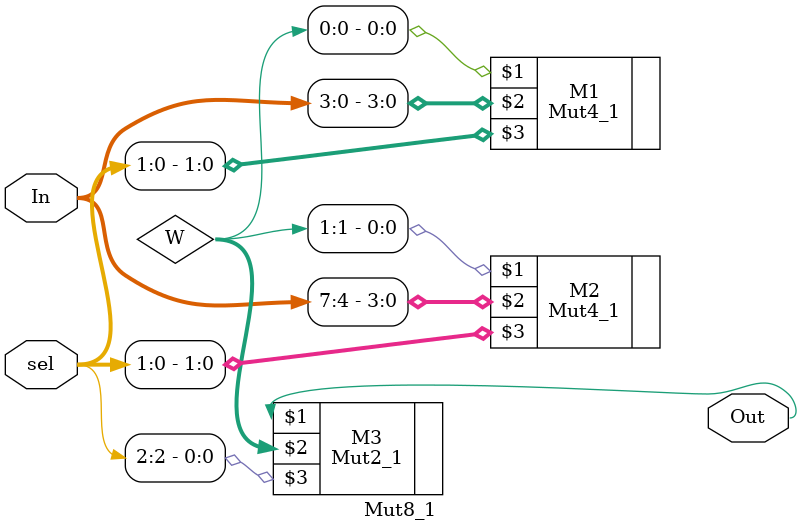
<source format=v>
module Mut8_1(Out, In, sel);
output Out;
input [7:0] In;
input [2:0] sel;
wire [1:0] W;

Mut4_1 M1(W[0], In[3:0], sel[1:0]);
Mut4_1 M2(W[1], In[7:4], sel[1:0]);
Mut2_1 M3(Out, W, sel[2]);
endmodule

</source>
